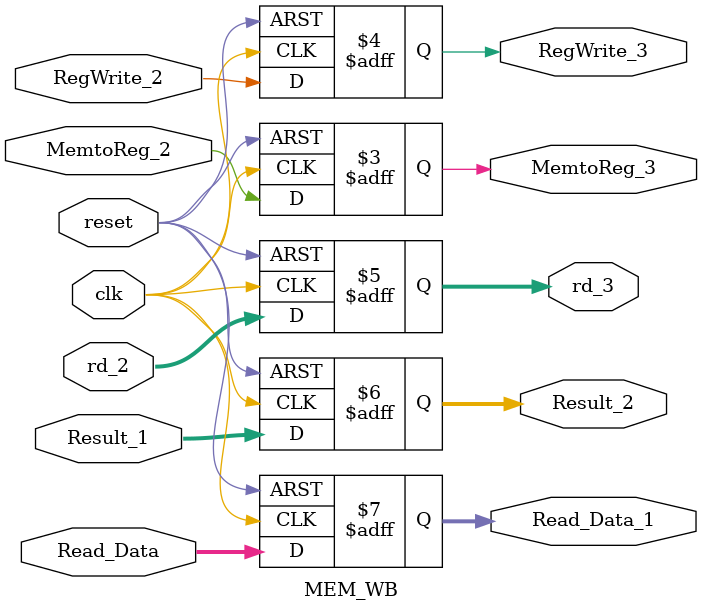
<source format=v>
`timescale 1ns / 1ps

module MEM_WB(
     input clk,reset,
     input MemtoReg_2,RegWrite_2, 
      input [4:0] rd_2, 
     input [63:0] Result_1, Read_Data, // input data from mem
    output reg  MemtoReg_3,RegWrite_3,
    output reg [4:0] rd_3,
    output reg [63:0]  Result_2,Read_Data_1
);
always @(posedge clk or posedge reset)
begin
    if (reset==1'b1) // Check if reset
    begin
        // Reset all registers and outputs to zero
        Read_Data_1 <= 64'd0;
        Result_2 <= 64'd0;
        RegWrite_3 <= 1'b0;
        MemtoReg_3 <= 1'b0;
        rd_3 <= 5'd0;
    end
    else
    begin
        // Assign output regs to input values
        Read_Data_1 <= Read_Data;
        Result_2 <= Result_1;
        RegWrite_3 <= RegWrite_2;
        MemtoReg_3 <= MemtoReg_2;
        rd_3 <= rd_2;
    end
end
endmodule

</source>
